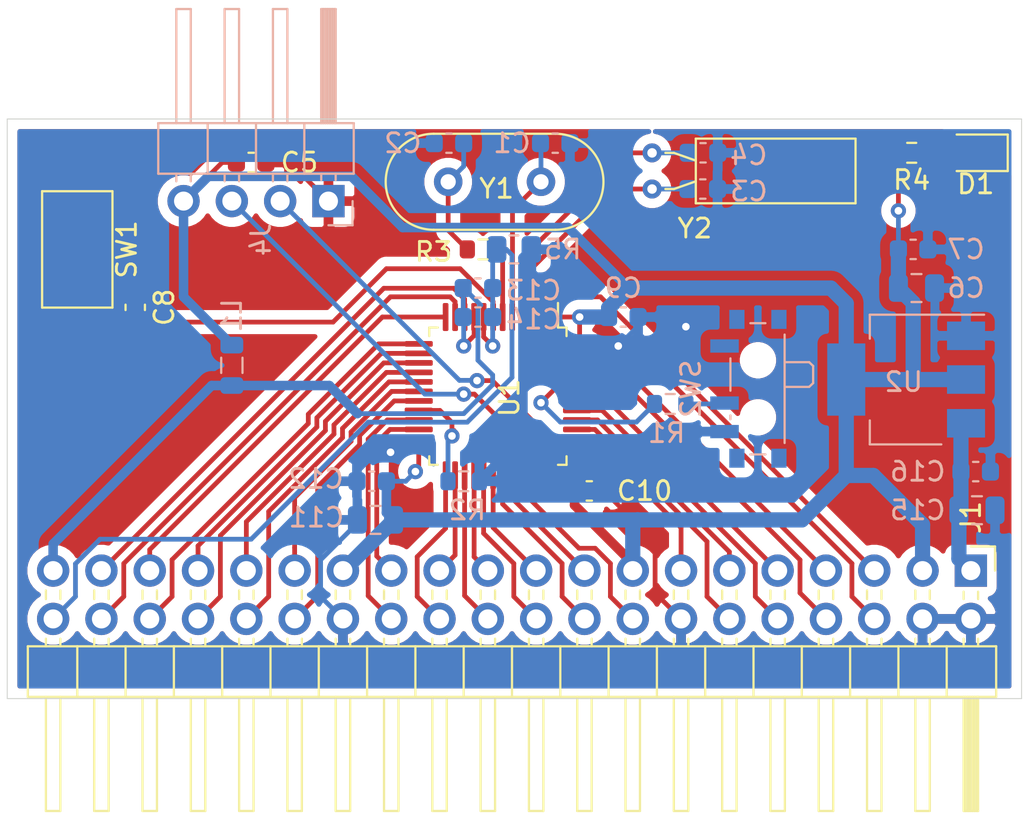
<source format=kicad_pcb>
(kicad_pcb (version 20171130) (host pcbnew 5.1.10-88a1d61d58~90~ubuntu20.04.1)
  (layers (0 F.Cu signal) (31 B.Cu signal) (34 B.Paste user) (35 F.Paste user) (36 B.SilkS user) (37 F.SilkS user) (38 B.Mask user) (39 F.Mask user) (44 Edge.Cuts user))
  (net 0 "")
  (net 1 /RCC_OSC_IN)
  (net 2 GND)
  (net 3 "Net-(C2-Pad2)")
  (net 4 /RCC_OSC32_IN)
  (net 5 /RCC_OSC32_OUT)
  (net 6 +3V3)
  (net 7 RESET)
  (net 8 +3.3VA)
  (net 9 "Net-(D1-Pad2)")
  (net 10 /SYS_JTMS-SWDIO)
  (net 11 /SYS_JTCK-SWCL)
  (net 12 /BOOT0)
  (net 13 /BOOT1)
  (net 14 /RCC_OSC_OUT)
  (net 15 GNDA)
  (net 16 /PB9)
  (net 17 /PB8)
  (net 18 /PB7)
  (net 19 /PB6)
  (net 20 /PB5)
  (net 21 /PB4)
  (net 22 /PB3)
  (net 23 /PA15)
  (net 24 /PA12)
  (net 25 /PA11)
  (net 26 /PA10)
  (net 27 /PA9)
  (net 28 /PA8)
  (net 29 /PB15)
  (net 30 /PB14)
  (net 31 /PB13)
  (net 32 /PB12)
  (net 33 /PB11)
  (net 34 /PB10)
  (net 35 /PB1)
  (net 36 /PB0)
  (net 37 /PA7)
  (net 38 /PA6)
  (net 39 /PA5)
  (net 40 /PA4)
  (net 41 /PA3)
  (net 42 /PA2)
  (net 43 /PA1)
  (net 44 /PA0)
  (net 45 /PC13)
  (net 46 VCC)
  (net 47 "Net-(R1-Pad1)")
  (module LED_SMD:LED_0805_2012Metric (layer F.Cu) (at 154.432 107.188 180)
    (fp_text reference D1 (at 0 -1.65) (layer F.SilkS))
    (fp_text value LED hide)
    (pad 2 smd roundrect (at 0.9375 0 180) (size 0.975 1.4) (layers F.Cu F.Paste F.Mask) (net 9 "Net-(D1-Pad2)"))
    (pad 1 smd roundrect (at -0.9375 0 180) (size 0.975 1.4) (layers F.Cu F.Paste F.Mask) (net 2 GND))
  )
  (module Button_Switch_SMD:SW_SPDT_PCM12 (layer B.Cu) (at 142.654 119.598 270)
    (fp_text reference SW2 (at 0 3.2 90) (layer B.SilkS) (effects (justify mirror)))
    (fp_text value SW_DPDT_x2 hide)
    (pad "" smd rect (at -3.65 0.78 270) (size 1 0.8) (layers B.Cu B.Paste B.Mask))
    (pad "" smd rect (at 3.65 0.78 270) (size 1 0.8) (layers B.Cu B.Paste B.Mask))
    (pad "" smd rect (at 3.65 -1.43 270) (size 1 0.8) (layers B.Cu B.Paste B.Mask))
    (pad "" smd rect (at -3.65 -1.43 270) (size 1 0.8) (layers B.Cu B.Paste B.Mask))
    (pad 3 smd rect (at 2.25 1.43 270) (size 0.7 1.5) (layers B.Cu B.Paste B.Mask) (net 2 GND))
    (pad 2 smd rect (at 0.75 1.43 270) (size 0.7 1.5) (layers B.Cu B.Paste B.Mask) (net 47 "Net-(R1-Pad1)"))
    (pad 1 smd rect (at -2.25 1.43 270) (size 0.7 1.5) (layers B.Cu B.Paste B.Mask) (net 6 +3V3))
    (pad "" np_thru_hole circle (at 1.5 -0.33 270) (size 0.9 0.9) (drill 0.9) (layers *.Cu *.Mask))
    (pad "" np_thru_hole circle (at -1.5 -0.33 270) (size 0.9 0.9) (drill 0.9) (layers *.Cu *.Mask))
  )
  (module Capacitor_SMD:C_0603_1608Metric (layer B.Cu) (at 154.432 123.952)
    (fp_text reference C16 (at -3.048 0) (layer B.SilkS) (effects (justify mirror)))
    (fp_text value 100nF hide)
    (pad 2 smd roundrect (at 0.775 0) (size 0.9 0.95) (layers B.Cu B.Paste B.Mask) (net 2 GND))
    (pad 1 smd roundrect (at -0.775 0) (size 0.9 0.95) (layers B.Cu B.Paste B.Mask) (net 46 VCC))
  )
  (module Capacitor_SMD:C_0805_2012Metric (layer B.Cu) (at 154.498 125.984)
    (fp_text reference C15 (at -3.114 0) (layer B.SilkS) (effects (justify mirror)))
    (fp_text value 10uF hide)
    (pad 2 smd roundrect (at 0.95 0) (size 1 1.45) (layers B.Cu B.Paste B.Mask) (net 2 GND))
    (pad 1 smd roundrect (at -0.95 0) (size 1 1.45) (layers B.Cu B.Paste B.Mask) (net 46 VCC))
  )
  (module Connector_PinHeader_2.54mm:PinHeader_2x20_P2.54mm_Horizontal (layer F.Cu) (at 154.178 129.159 270)
    (fp_text reference J1 (at -2.794 0 90) (layer F.SilkS))
    (fp_text value Conn_02x20_Odd_Even hide)
    (pad 40 thru_hole oval (at 2.54 48.26 270) (size 1.7 1.7) (drill 1) (layers *.Cu *.Mask) (net 15 GNDA))
    (pad 39 thru_hole oval (at 0 48.26 270) (size 1.7 1.7) (drill 1) (layers *.Cu *.Mask) (net 8 +3.3VA))
    (pad 38 thru_hole oval (at 2.54 45.72 270) (size 1.7 1.7) (drill 1) (layers *.Cu *.Mask) (net 43 /PA1))
    (pad 37 thru_hole oval (at 0 45.72 270) (size 1.7 1.7) (drill 1) (layers *.Cu *.Mask) (net 44 /PA0))
    (pad 36 thru_hole oval (at 2.54 43.18 270) (size 1.7 1.7) (drill 1) (layers *.Cu *.Mask) (net 41 /PA3))
    (pad 35 thru_hole oval (at 0 43.18 270) (size 1.7 1.7) (drill 1) (layers *.Cu *.Mask) (net 42 /PA2))
    (pad 34 thru_hole oval (at 2.54 40.64 270) (size 1.7 1.7) (drill 1) (layers *.Cu *.Mask) (net 39 /PA5))
    (pad 33 thru_hole oval (at 0 40.64 270) (size 1.7 1.7) (drill 1) (layers *.Cu *.Mask) (net 40 /PA4))
    (pad 32 thru_hole oval (at 2.54 38.1 270) (size 1.7 1.7) (drill 1) (layers *.Cu *.Mask) (net 37 /PA7))
    (pad 31 thru_hole oval (at 0 38.1 270) (size 1.7 1.7) (drill 1) (layers *.Cu *.Mask) (net 38 /PA6))
    (pad 30 thru_hole oval (at 2.54 35.56 270) (size 1.7 1.7) (drill 1) (layers *.Cu *.Mask) (net 35 /PB1))
    (pad 29 thru_hole oval (at 0 35.56 270) (size 1.7 1.7) (drill 1) (layers *.Cu *.Mask) (net 36 /PB0))
    (pad 28 thru_hole oval (at 2.54 33.02 270) (size 1.7 1.7) (drill 1) (layers *.Cu *.Mask) (net 2 GND))
    (pad 27 thru_hole oval (at 0 33.02 270) (size 1.7 1.7) (drill 1) (layers *.Cu *.Mask) (net 6 +3V3))
    (pad 26 thru_hole oval (at 2.54 30.48 270) (size 1.7 1.7) (drill 1) (layers *.Cu *.Mask) (net 34 /PB10))
    (pad 25 thru_hole oval (at 0 30.48 270) (size 1.7 1.7) (drill 1) (layers *.Cu *.Mask) (net 33 /PB11))
    (pad 24 thru_hole oval (at 2.54 27.94 270) (size 1.7 1.7) (drill 1) (layers *.Cu *.Mask) (net 32 /PB12))
    (pad 23 thru_hole oval (at 0 27.94 270) (size 1.7 1.7) (drill 1) (layers *.Cu *.Mask) (net 31 /PB13))
    (pad 22 thru_hole oval (at 2.54 25.4 270) (size 1.7 1.7) (drill 1) (layers *.Cu *.Mask) (net 30 /PB14))
    (pad 21 thru_hole oval (at 0 25.4 270) (size 1.7 1.7) (drill 1) (layers *.Cu *.Mask) (net 29 /PB15))
    (pad 20 thru_hole oval (at 2.54 22.86 270) (size 1.7 1.7) (drill 1) (layers *.Cu *.Mask) (net 28 /PA8))
    (pad 19 thru_hole oval (at 0 22.86 270) (size 1.7 1.7) (drill 1) (layers *.Cu *.Mask) (net 27 /PA9))
    (pad 18 thru_hole oval (at 2.54 20.32 270) (size 1.7 1.7) (drill 1) (layers *.Cu *.Mask) (net 26 /PA10))
    (pad 17 thru_hole oval (at 0 20.32 270) (size 1.7 1.7) (drill 1) (layers *.Cu *.Mask) (net 25 /PA11))
    (pad 16 thru_hole oval (at 2.54 17.78 270) (size 1.7 1.7) (drill 1) (layers *.Cu *.Mask) (net 24 /PA12))
    (pad 15 thru_hole oval (at 0 17.78 270) (size 1.7 1.7) (drill 1) (layers *.Cu *.Mask) (net 6 +3V3))
    (pad 14 thru_hole oval (at 2.54 15.24 270) (size 1.7 1.7) (drill 1) (layers *.Cu *.Mask) (net 2 GND))
    (pad 13 thru_hole oval (at 0 15.24 270) (size 1.7 1.7) (drill 1) (layers *.Cu *.Mask) (net 23 /PA15))
    (pad 12 thru_hole oval (at 2.54 12.7 270) (size 1.7 1.7) (drill 1) (layers *.Cu *.Mask) (net 22 /PB3))
    (pad 11 thru_hole oval (at 0 12.7 270) (size 1.7 1.7) (drill 1) (layers *.Cu *.Mask) (net 21 /PB4))
    (pad 10 thru_hole oval (at 2.54 10.16 270) (size 1.7 1.7) (drill 1) (layers *.Cu *.Mask) (net 20 /PB5))
    (pad 9 thru_hole oval (at 0 10.16 270) (size 1.7 1.7) (drill 1) (layers *.Cu *.Mask) (net 19 /PB6))
    (pad 8 thru_hole oval (at 2.54 7.62 270) (size 1.7 1.7) (drill 1) (layers *.Cu *.Mask) (net 18 /PB7))
    (pad 7 thru_hole oval (at 0 7.62 270) (size 1.7 1.7) (drill 1) (layers *.Cu *.Mask) (net 17 /PB8))
    (pad 6 thru_hole oval (at 2.54 5.08 270) (size 1.7 1.7) (drill 1) (layers *.Cu *.Mask) (net 16 /PB9))
    (pad 5 thru_hole oval (at 0 5.08 270) (size 1.7 1.7) (drill 1) (layers *.Cu *.Mask) (net 45 /PC13))
    (pad 4 thru_hole oval (at 2.54 2.54 270) (size 1.7 1.7) (drill 1) (layers *.Cu *.Mask) (net 2 GND))
    (pad 3 thru_hole oval (at 0 2.54 270) (size 1.7 1.7) (drill 1) (layers *.Cu *.Mask) (net 6 +3V3))
    (pad 2 thru_hole oval (at 2.54 0 270) (size 1.7 1.7) (drill 1) (layers *.Cu *.Mask) (net 2 GND))
    (pad 1 thru_hole rect (at 0 0 270) (size 1.7 1.7) (drill 1) (layers *.Cu *.Mask) (net 46 VCC))
  )
  (module Package_QFP:LQFP-48_7x7mm_P0.5mm (layer F.Cu) (at 129.306 119.9865 270)
    (fp_text reference U1 (at 0.089803 -0.6065 90) (layer F.SilkS))
    (fp_text value STM32F103C6Tx hide)
    (pad 1 smd roundrect (at -4.1625 -2.75 270) (size 1.475 0.3) (layers F.Cu F.Paste F.Mask) (net 6 +3V3))
    (pad 2 smd roundrect (at -4.1625 -2.25 270) (size 1.475 0.3) (layers F.Cu F.Paste F.Mask) (net 45 /PC13))
    (pad 3 smd roundrect (at -4.1625 -1.75 270) (size 1.475 0.3) (layers F.Cu F.Paste F.Mask) (net 4 /RCC_OSC32_IN))
    (pad 4 smd roundrect (at -4.1625 -1.25 270) (size 1.475 0.3) (layers F.Cu F.Paste F.Mask) (net 5 /RCC_OSC32_OUT))
    (pad 5 smd roundrect (at -4.1625 -0.75 270) (size 1.475 0.3) (layers F.Cu F.Paste F.Mask) (net 1 /RCC_OSC_IN))
    (pad 6 smd roundrect (at -4.1625 -0.25 270) (size 1.475 0.3) (layers F.Cu F.Paste F.Mask) (net 14 /RCC_OSC_OUT))
    (pad 7 smd roundrect (at -4.1625 0.25 270) (size 1.475 0.3) (layers F.Cu F.Paste F.Mask) (net 7 RESET))
    (pad 8 smd roundrect (at -4.1625 0.75 270) (size 1.475 0.3) (layers F.Cu F.Paste F.Mask) (net 15 GNDA))
    (pad 9 smd roundrect (at -4.1625 1.25 270) (size 1.475 0.3) (layers F.Cu F.Paste F.Mask) (net 8 +3.3VA))
    (pad 10 smd roundrect (at -4.1625 1.75 270) (size 1.475 0.3) (layers F.Cu F.Paste F.Mask) (net 44 /PA0))
    (pad 11 smd roundrect (at -4.1625 2.25 270) (size 1.475 0.3) (layers F.Cu F.Paste F.Mask) (net 43 /PA1))
    (pad 12 smd roundrect (at -4.1625 2.75 270) (size 1.475 0.3) (layers F.Cu F.Paste F.Mask) (net 42 /PA2))
    (pad 13 smd roundrect (at -2.75 4.1625 270) (size 0.3 1.475) (layers F.Cu F.Paste F.Mask) (net 41 /PA3))
    (pad 14 smd roundrect (at -2.25 4.1625 270) (size 0.3 1.475) (layers F.Cu F.Paste F.Mask) (net 40 /PA4))
    (pad 15 smd roundrect (at -1.75 4.1625 270) (size 0.3 1.475) (layers F.Cu F.Paste F.Mask) (net 39 /PA5))
    (pad 16 smd roundrect (at -1.25 4.1625 270) (size 0.3 1.475) (layers F.Cu F.Paste F.Mask) (net 38 /PA6))
    (pad 17 smd roundrect (at -0.75 4.1625 270) (size 0.3 1.475) (layers F.Cu F.Paste F.Mask) (net 37 /PA7))
    (pad 18 smd roundrect (at -0.25 4.1625 270) (size 0.3 1.475) (layers F.Cu F.Paste F.Mask) (net 36 /PB0))
    (pad 19 smd roundrect (at 0.25 4.1625 270) (size 0.3 1.475) (layers F.Cu F.Paste F.Mask) (net 35 /PB1))
    (pad 20 smd roundrect (at 0.75 4.1625 270) (size 0.3 1.475) (layers F.Cu F.Paste F.Mask) (net 13 /BOOT1))
    (pad 21 smd roundrect (at 1.25 4.1625 270) (size 0.3 1.475) (layers F.Cu F.Paste F.Mask) (net 34 /PB10))
    (pad 22 smd roundrect (at 1.75 4.1625 270) (size 0.3 1.475) (layers F.Cu F.Paste F.Mask) (net 33 /PB11))
    (pad 23 smd roundrect (at 2.25 4.1625 270) (size 0.3 1.475) (layers F.Cu F.Paste F.Mask) (net 2 GND))
    (pad 24 smd roundrect (at 2.75 4.1625 270) (size 0.3 1.475) (layers F.Cu F.Paste F.Mask) (net 6 +3V3))
    (pad 25 smd roundrect (at 4.1625 2.75 270) (size 1.475 0.3) (layers F.Cu F.Paste F.Mask) (net 32 /PB12))
    (pad 26 smd roundrect (at 4.1625 2.25 270) (size 1.475 0.3) (layers F.Cu F.Paste F.Mask) (net 31 /PB13))
    (pad 27 smd roundrect (at 4.1625 1.75 270) (size 1.475 0.3) (layers F.Cu F.Paste F.Mask) (net 30 /PB14))
    (pad 28 smd roundrect (at 4.1625 1.25 270) (size 1.475 0.3) (layers F.Cu F.Paste F.Mask) (net 29 /PB15))
    (pad 29 smd roundrect (at 4.1625 0.75 270) (size 1.475 0.3) (layers F.Cu F.Paste F.Mask) (net 28 /PA8))
    (pad 30 smd roundrect (at 4.1625 0.25 270) (size 1.475 0.3) (layers F.Cu F.Paste F.Mask) (net 27 /PA9))
    (pad 31 smd roundrect (at 4.1625 -0.25 270) (size 1.475 0.3) (layers F.Cu F.Paste F.Mask) (net 26 /PA10))
    (pad 32 smd roundrect (at 4.1625 -0.75 270) (size 1.475 0.3) (layers F.Cu F.Paste F.Mask) (net 25 /PA11))
    (pad 33 smd roundrect (at 4.1625 -1.25 270) (size 1.475 0.3) (layers F.Cu F.Paste F.Mask) (net 24 /PA12))
    (pad 34 smd roundrect (at 4.1625 -1.75 270) (size 1.475 0.3) (layers F.Cu F.Paste F.Mask) (net 10 /SYS_JTMS-SWDIO))
    (pad 35 smd roundrect (at 4.1625 -2.25 270) (size 1.475 0.3) (layers F.Cu F.Paste F.Mask) (net 2 GND))
    (pad 36 smd roundrect (at 4.1625 -2.75 270) (size 1.475 0.3) (layers F.Cu F.Paste F.Mask) (net 6 +3V3))
    (pad 37 smd roundrect (at 2.75 -4.1625 270) (size 0.3 1.475) (layers F.Cu F.Paste F.Mask) (net 11 /SYS_JTCK-SWCL))
    (pad 38 smd roundrect (at 2.25 -4.1625 270) (size 0.3 1.475) (layers F.Cu F.Paste F.Mask) (net 23 /PA15))
    (pad 39 smd roundrect (at 1.75 -4.1625 270) (size 0.3 1.475) (layers F.Cu F.Paste F.Mask) (net 22 /PB3))
    (pad 40 smd roundrect (at 1.25 -4.1625 270) (size 0.3 1.475) (layers F.Cu F.Paste F.Mask) (net 21 /PB4))
    (pad 41 smd roundrect (at 0.75 -4.1625 270) (size 0.3 1.475) (layers F.Cu F.Paste F.Mask) (net 20 /PB5))
    (pad 42 smd roundrect (at 0.25 -4.1625 270) (size 0.3 1.475) (layers F.Cu F.Paste F.Mask) (net 19 /PB6))
    (pad 43 smd roundrect (at -0.25 -4.1625 270) (size 0.3 1.475) (layers F.Cu F.Paste F.Mask) (net 18 /PB7))
    (pad 44 smd roundrect (at -0.75 -4.1625 270) (size 0.3 1.475) (layers F.Cu F.Paste F.Mask) (net 12 /BOOT0))
    (pad 45 smd roundrect (at -1.25 -4.1625 270) (size 0.3 1.475) (layers F.Cu F.Paste F.Mask) (net 17 /PB8))
    (pad 46 smd roundrect (at -1.75 -4.1625 270) (size 0.3 1.475) (layers F.Cu F.Paste F.Mask) (net 16 /PB9))
    (pad 47 smd roundrect (at -2.25 -4.1625 270) (size 0.3 1.475) (layers F.Cu F.Paste F.Mask) (net 2 GND))
    (pad 48 smd roundrect (at -2.75 -4.1625 270) (size 0.3 1.475) (layers F.Cu F.Paste F.Mask) (net 6 +3V3))
  )
  (module Connector_PinHeader_2.54mm:PinHeader_1x04_P2.54mm_Horizontal (layer B.Cu) (at 120.396 109.728 90)
    (fp_text reference J4 (at -2.032 -3.556 270) (layer B.SilkS) (effects (justify mirror)))
    (fp_text value Conn_01x04 hide)
    (pad 4 thru_hole oval (at 0 -7.62 90) (size 1.7 1.7) (drill 1) (layers *.Cu *.Mask) (net 6 +3V3))
    (pad 3 thru_hole oval (at 0 -5.08 90) (size 1.7 1.7) (drill 1) (layers *.Cu *.Mask) (net 10 /SYS_JTMS-SWDIO))
    (pad 2 thru_hole oval (at 0 -2.54 90) (size 1.7 1.7) (drill 1) (layers *.Cu *.Mask) (net 11 /SYS_JTCK-SWCL))
    (pad 1 thru_hole rect (at 0 0 90) (size 1.7 1.7) (drill 1) (layers *.Cu *.Mask) (net 2 GND))
  )
  (module Resistor_SMD:R_0603_1608Metric (layer F.Cu) (at 128.524 112.268)
    (fp_text reference R3 (at -2.604 0.127) (layer F.SilkS))
    (fp_text value 390 hide)
    (pad 2 smd roundrect (at 0.825 0) (size 0.8 0.95) (layers F.Cu F.Paste F.Mask) (net 14 /RCC_OSC_OUT))
    (pad 1 smd roundrect (at -0.825 0) (size 0.8 0.95) (layers F.Cu F.Paste F.Mask) (net 3 "Net-(C2-Pad2)"))
  )
  (module Resistor_SMD:R_0805_2012Metric (layer B.Cu) (at 130.1515 112.268 180)
    (fp_text reference R5 (at -2.5635 0) (layer B.SilkS) (effects (justify mirror)))
    (fp_text value 0R hide)
    (pad 2 smd roundrect (at 0.9125 0 180) (size 1.025 1.4) (layers B.Cu B.Paste B.Mask) (roundrect_rratio 0.2439014634146341) (net 15 GNDA))
    (pad 1 smd roundrect (at -0.9125 0 180) (size 1.025 1.4) (layers B.Cu B.Paste B.Mask) (roundrect_rratio 0.2439014634146341) (net 2 GND))
  )
  (module Crystal:Crystal_C38-LF_D3.0mm_L8.0mm_Horizontal (layer F.Cu) (at 137.414 109.093 90)
    (fp_text reference Y2 (at -2.07 2.25) (layer F.SilkS))
    (fp_text value 32.768 hide)
    (pad 2 thru_hole circle (at 1.9 0 90) (size 1 1) (drill 0.5) (layers *.Cu *.Mask) (net 5 /RCC_OSC32_OUT))
    (pad 1 thru_hole circle (at 0 0 90) (size 1 1) (drill 0.5) (layers *.Cu *.Mask) (net 4 /RCC_OSC32_IN))
  )
  (module Crystal:Crystal_HC49-4H_Vertical (layer F.Cu) (at 131.572 108.712 180)
    (fp_text reference Y1 (at 2.334867 -0.35921) (layer F.SilkS))
    (fp_text value 8M hide)
    (pad 2 thru_hole circle (at 4.88 0 180) (size 1.5 1.5) (drill 0.8) (layers *.Cu *.Mask) (net 3 "Net-(C2-Pad2)"))
    (pad 1 thru_hole circle (at 0 0 180) (size 1.5 1.5) (drill 0.8) (layers *.Cu *.Mask) (net 1 /RCC_OSC_IN))
  )
  (module Package_TO_SOT_SMD:SOT-223-3_TabPin2 (layer B.Cu) (at 150.774 119.112 180)
    (fp_text reference U2 (at 0.127 -0.127) (layer B.SilkS) (effects (justify mirror)))
    (fp_text value AMS1117-3.3 hide)
    (pad 1 smd rect (at -3.15 2.3 180) (size 2 1.5) (layers B.Cu B.Paste B.Mask) (net 2 GND))
    (pad 3 smd rect (at -3.15 -2.3 180) (size 2 1.5) (layers B.Cu B.Paste B.Mask) (net 46 VCC))
    (pad 2 smd rect (at -3.15 0 180) (size 2 1.5) (layers B.Cu B.Paste B.Mask) (net 6 +3V3))
    (pad 2 smd rect (at 3.15 0 180) (size 2 3.8) (layers B.Cu B.Paste B.Mask) (net 6 +3V3))
  )
  (module Button_Switch_SMD:SW_SPST_CK_RS282G05A3 (layer F.Cu) (at 107.188 112.268 270)
    (fp_text reference SW1 (at 0 -2.6 90) (layer F.SilkS))
    (fp_text value SW_Push hide)
    (pad 2 smd rect (at 3.9 0 270) (size 1.5 1.5) (layers F.Cu F.Paste F.Mask) (net 7 RESET))
    (pad 1 smd rect (at -3.9 0 270) (size 1.5 1.5) (layers F.Cu F.Paste F.Mask) (net 2 GND))
  )
  (module Resistor_SMD:R_0603_1608Metric (layer F.Cu) (at 151.067 107.188 180)
    (fp_text reference R4 (at 0 -1.43) (layer F.SilkS))
    (fp_text value 510R hide)
    (pad 2 smd roundrect (at 0.825 0 180) (size 0.8 0.95) (layers F.Cu F.Paste F.Mask) (net 6 +3V3))
    (pad 1 smd roundrect (at -0.825 0 180) (size 0.8 0.95) (layers F.Cu F.Paste F.Mask) (net 9 "Net-(D1-Pad2)"))
  )
  (module Resistor_SMD:R_0603_1608Metric (layer B.Cu) (at 127.508 124.46)
    (fp_text reference R2 (at 0.191 1.524 180) (layer B.SilkS) (effects (justify mirror)))
    (fp_text value 10K hide)
    (pad 2 smd roundrect (at 0.825 0) (size 0.8 0.95) (layers B.Cu B.Paste B.Mask) (net 2 GND))
    (pad 1 smd roundrect (at -0.825 0) (size 0.8 0.95) (layers B.Cu B.Paste B.Mask) (net 13 /BOOT1))
  )
  (module Resistor_SMD:R_0603_1608Metric (layer B.Cu) (at 138.367 120.396 180)
    (fp_text reference R1 (at 0.191 -1.524) (layer B.SilkS) (effects (justify mirror)))
    (fp_text value 10K hide)
    (pad 2 smd roundrect (at 0.825 0 180) (size 0.8 0.95) (layers B.Cu B.Paste B.Mask) (net 12 /BOOT0))
    (pad 1 smd roundrect (at -0.825 0 180) (size 0.8 0.95) (layers B.Cu B.Paste B.Mask) (net 47 "Net-(R1-Pad1)"))
  )
  (module Inductor_SMD:L_0805_2012Metric (layer B.Cu) (at 115.316 118.364 270)
    (fp_text reference L1 (at -2.6205 0 90) (layer B.SilkS) (effects (justify mirror)))
    (fp_text value 10uH hide)
    (pad 2 smd roundrect (at 1.0625 0 270) (size 0.875 1.2) (layers B.Cu B.Paste B.Mask) (net 8 +3.3VA))
    (pad 1 smd roundrect (at -1.0625 0 270) (size 0.875 1.2) (layers B.Cu B.Paste B.Mask) (net 6 +3V3))
  )
  (module Capacitor_SMD:C_0603_1608Metric (layer B.Cu) (at 128.257 115.824)
    (fp_text reference C14 (at 2.934 0.127) (layer B.SilkS) (effects (justify mirror)))
    (fp_text value 10nF hide)
    (pad 2 smd roundrect (at 0.775 0) (size 0.9 0.95) (layers B.Cu B.Paste B.Mask) (net 15 GNDA))
    (pad 1 smd roundrect (at -0.775 0) (size 0.9 0.95) (layers B.Cu B.Paste B.Mask) (net 8 +3.3VA))
  )
  (module Capacitor_SMD:C_0603_1608Metric (layer B.Cu) (at 128.257 114.3)
    (fp_text reference C13 (at 2.921 0.127) (layer B.SilkS) (effects (justify mirror)))
    (fp_text value 1uF hide)
    (pad 2 smd roundrect (at 0.775 0) (size 0.9 0.95) (layers B.Cu B.Paste B.Mask) (net 15 GNDA))
    (pad 1 smd roundrect (at -0.775 0) (size 0.9 0.95) (layers B.Cu B.Paste B.Mask) (net 8 +3.3VA))
  )
  (module Capacitor_SMD:C_0603_1608Metric (layer B.Cu) (at 122.669 124.46 180)
    (fp_text reference C12 (at 2.934 0.127) (layer B.SilkS) (effects (justify mirror)))
    (fp_text value 100nF hide)
    (pad 2 smd roundrect (at 0.775 0 180) (size 0.9 0.95) (layers B.Cu B.Paste B.Mask) (net 2 GND))
    (pad 1 smd roundrect (at -0.775 0 180) (size 0.9 0.95) (layers B.Cu B.Paste B.Mask) (net 6 +3V3))
  )
  (module Capacitor_SMD:C_0805_2012Metric (layer B.Cu) (at 122.87 126.492 180)
    (fp_text reference C11 (at 3.109 0.127) (layer B.SilkS) (effects (justify mirror)))
    (fp_text value 4.7uF hide)
    (pad 2 smd roundrect (at 0.95 0 180) (size 1 1.45) (layers B.Cu B.Paste B.Mask) (net 2 GND))
    (pad 1 smd roundrect (at -0.95 0 180) (size 1 1.45) (layers B.Cu B.Paste B.Mask) (net 6 +3V3))
  )
  (module Capacitor_SMD:C_0603_1608Metric (layer F.Cu) (at 134.112 124.968)
    (fp_text reference C10 (at 2.908 0) (layer F.SilkS))
    (fp_text value 100nF hide)
    (pad 2 smd roundrect (at 0.775 0) (size 0.9 0.95) (layers F.Cu F.Paste F.Mask) (net 2 GND))
    (pad 1 smd roundrect (at -0.775 0) (size 0.9 0.95) (layers F.Cu F.Paste F.Mask) (net 6 +3V3))
  )
  (module Capacitor_SMD:C_0603_1608Metric (layer B.Cu) (at 135.903 115.824)
    (fp_text reference C9 (at 0 -1.524) (layer B.SilkS) (effects (justify mirror)))
    (fp_text value 100nF hide)
    (pad 2 smd roundrect (at 0.775 0) (size 0.9 0.95) (layers B.Cu B.Paste B.Mask) (net 2 GND))
    (pad 1 smd roundrect (at -0.775 0) (size 0.9 0.95) (layers B.Cu B.Paste B.Mask) (net 6 +3V3))
  )
  (module Capacitor_SMD:C_0603_1608Metric (layer F.Cu) (at 110.236 115.316 90)
    (fp_text reference C8 (at 0 1.524 90) (layer F.SilkS))
    (fp_text value 100nF hide)
    (pad 2 smd roundrect (at 0.775 0 90) (size 0.9 0.95) (layers F.Cu F.Paste F.Mask) (net 2 GND))
    (pad 1 smd roundrect (at -0.775 0 90) (size 0.9 0.95) (layers F.Cu F.Paste F.Mask) (net 7 RESET))
  )
  (module Capacitor_SMD:C_0603_1608Metric (layer B.Cu) (at 151.143 112.268)
    (fp_text reference C7 (at 2.781 0) (layer B.SilkS) (effects (justify mirror)))
    (fp_text value 100nF hide)
    (pad 2 smd roundrect (at 0.775 0) (size 0.9 0.95) (layers B.Cu B.Paste B.Mask) (net 2 GND))
    (pad 1 smd roundrect (at -0.775 0) (size 0.9 0.95) (layers B.Cu B.Paste B.Mask) (net 6 +3V3))
  )
  (module Capacitor_SMD:C_0805_2012Metric (layer B.Cu) (at 151.318 114.3)
    (fp_text reference C6 (at 2.606 0) (layer B.SilkS) (effects (justify mirror)))
    (fp_text value 10uF hide)
    (pad 2 smd roundrect (at 0.95 0) (size 1 1.45) (layers B.Cu B.Paste B.Mask) (net 2 GND))
    (pad 1 smd roundrect (at -0.95 0) (size 1 1.45) (layers B.Cu B.Paste B.Mask) (net 6 +3V3))
  )
  (module Capacitor_SMD:C_0603_1608Metric (layer F.Cu) (at 116.332 107.696)
    (fp_text reference C5 (at 2.54 0) (layer F.SilkS))
    (fp_text value 100nF hide)
    (pad 2 smd roundrect (at 0.775 0) (size 0.9 0.95) (layers F.Cu F.Paste F.Mask) (net 2 GND))
    (pad 1 smd roundrect (at -0.775 0) (size 0.9 0.95) (layers F.Cu F.Paste F.Mask) (net 6 +3V3))
  )
  (module Capacitor_SMD:C_0603_1608Metric (layer B.Cu) (at 140.094 107.188 180)
    (fp_text reference C4 (at -2.4 -0.127) (layer B.SilkS) (effects (justify mirror)))
    (fp_text value 10pF hide)
    (pad 2 smd roundrect (at 0.775 0 180) (size 0.9 0.95) (layers B.Cu B.Paste B.Mask) (net 5 /RCC_OSC32_OUT))
    (pad 1 smd roundrect (at -0.775 0 180) (size 0.9 0.95) (layers B.Cu B.Paste B.Mask) (net 2 GND))
  )
  (module Capacitor_SMD:C_0603_1608Metric (layer B.Cu) (at 140.081 109.093 180)
    (fp_text reference C3 (at -2.426 -0.127) (layer B.SilkS) (effects (justify mirror)))
    (fp_text value 10pF hide)
    (pad 2 smd roundrect (at 0.775 0 180) (size 0.9 0.95) (layers B.Cu B.Paste B.Mask) (net 4 /RCC_OSC32_IN))
    (pad 1 smd roundrect (at -0.775 0 180) (size 0.9 0.95) (layers B.Cu B.Paste B.Mask) (net 2 GND))
  )
  (module Capacitor_SMD:C_0603_1608Metric (layer B.Cu) (at 126.733 106.68)
    (fp_text reference C2 (at -2.426 0) (layer B.SilkS) (effects (justify mirror)))
    (fp_text value 20pF hide)
    (pad 2 smd roundrect (at 0.775 0) (size 0.9 0.95) (layers B.Cu B.Paste B.Mask) (net 3 "Net-(C2-Pad2)"))
    (pad 1 smd roundrect (at -0.775 0) (size 0.9 0.95) (layers B.Cu B.Paste B.Mask) (net 2 GND))
  )
  (module Capacitor_SMD:C_0603_1608Metric (layer B.Cu) (at 132.321 106.68 180)
    (fp_text reference C1 (at 2.273 0) (layer B.SilkS) (effects (justify mirror)))
    (fp_text value 20pF hide)
    (pad 2 smd roundrect (at 0.775 0 180) (size 0.9 0.95) (layers B.Cu B.Paste B.Mask) (net 1 /RCC_OSC_IN))
    (pad 1 smd roundrect (at -0.775 0 180) (size 0.9 0.95) (layers B.Cu B.Paste B.Mask) (net 2 GND))
  )
  (gr_line (start 156.845 105.41) (end 156.845 135.89) (layer Edge.Cuts) (width 0.05))
  (gr_line (start 103.505 105.41) (end 103.505 135.89) (layer Edge.Cuts) (width 0.05))
  (gr_line (start 156.845 105.41) (end 103.505 105.41) (layer Edge.Cuts) (width 0.05))
  (gr_line (start 103.505 135.89) (end 156.845 135.89) (layer Edge.Cuts) (width 0.05))
  (segment (start 130.07401 110.20999) (end 131.572 108.712) (width 0.25) (layer F.Cu) (net 1))
  (segment (start 130.07401 115.80599) (end 130.07401 110.20999) (width 0.25) (layer F.Cu) (net 1))
  (segment (start 130.056 115.824) (end 130.07401 115.80599) (width 0.25) (layer F.Cu) (net 1))
  (segment (start 131.572 106.706) (end 131.546 106.68) (width 0.25) (layer B.Cu) (net 1))
  (segment (start 131.572 108.712) (end 131.572 106.706) (width 0.25) (layer B.Cu) (net 1))
  (segment (start 121.894 126.466) (end 121.92 126.492) (width 0.25) (layer B.Cu) (net 2))
  (segment (start 121.894 124.46) (end 121.894 126.466) (width 0.25) (layer B.Cu) (net 2))
  (segment (start 131.556 124.149) (end 131.556 124.952202) (width 0.25) (layer F.Cu) (net 2))
  (segment (start 134.08699 124.16799) (end 134.887 124.968) (width 0.25) (layer F.Cu) (net 2))
  (segment (start 133.378192 124.16799) (end 134.08699 124.16799) (width 0.25) (layer F.Cu) (net 2))
  (segment (start 131.815308 123.08649) (end 132.296692 123.08649) (width 0.25) (layer F.Cu) (net 2))
  (segment (start 132.296692 123.08649) (end 133.378192 124.16799) (width 0.25) (layer F.Cu) (net 2))
  (segment (start 131.556 123.345798) (end 131.815308 123.08649) (width 0.25) (layer F.Cu) (net 2))
  (segment (start 131.556 124.149) (end 131.556 123.345798) (width 0.25) (layer F.Cu) (net 2))
  (segment (start 137.573001 130.334001) (end 138.938 131.699) (width 0.25) (layer F.Cu) (net 2))
  (segment (start 137.573001 127.654001) (end 137.573001 130.334001) (width 0.25) (layer F.Cu) (net 2))
  (segment (start 134.887 124.968) (end 137.573001 127.654001) (width 0.25) (layer F.Cu) (net 2))
  (segment (start 123.640798 122.936) (end 123.640798 122.936) (width 0.25) (layer F.Cu) (net 2))
  (segment (start 123.66101 122.370315) (end 123.66101 122.936) (width 0.25) (layer F.Cu) (net 2))
  (via (at 123.66101 122.936) (size 0.8) (drill 0.4) (layers F.Cu B.Cu) (net 2))
  (segment (start 125.1435 122.2365) (end 123.794825 122.2365) (width 0.25) (layer F.Cu) (net 2))
  (segment (start 123.794825 122.2365) (end 123.66101 122.370315) (width 0.25) (layer F.Cu) (net 2))
  (segment (start 123.66101 122.936) (end 123.66101 123.22699) (width 0.25) (layer B.Cu) (net 2))
  (segment (start 121.894 123.978) (end 121.894 124.46) (width 0.25) (layer B.Cu) (net 2))
  (segment (start 122.936 122.936) (end 121.894 123.978) (width 0.25) (layer B.Cu) (net 2))
  (segment (start 123.66101 122.936) (end 122.936 122.936) (width 0.25) (layer B.Cu) (net 2))
  (segment (start 119.982999 130.523999) (end 121.158 131.699) (width 0.25) (layer B.Cu) (net 2))
  (segment (start 119.982999 128.594999) (end 119.982999 130.523999) (width 0.25) (layer B.Cu) (net 2))
  (segment (start 121.92 126.657998) (end 119.982999 128.594999) (width 0.25) (layer B.Cu) (net 2))
  (segment (start 121.92 126.492) (end 121.92 126.657998) (width 0.25) (layer B.Cu) (net 2))
  (segment (start 134.271702 117.7365) (end 134.660202 117.348) (width 0.25) (layer F.Cu) (net 2))
  (segment (start 133.4685 117.7365) (end 134.271702 117.7365) (width 0.25) (layer F.Cu) (net 2))
  (segment (start 134.660202 117.348) (end 135.636 117.348) (width 0.25) (layer F.Cu) (net 2))
  (segment (start 135.636 117.348) (end 135.636 117.348) (width 0.25) (layer F.Cu) (net 2))
  (via (at 135.636 117.348) (size 0.8) (drill 0.4) (layers F.Cu B.Cu) (net 2))
  (segment (start 136.678 116.306) (end 136.678 115.824) (width 0.25) (layer B.Cu) (net 2))
  (segment (start 135.636 117.348) (end 136.678 116.306) (width 0.25) (layer B.Cu) (net 2))
  (segment (start 118.364 107.696) (end 117.107 107.696) (width 0.25) (layer F.Cu) (net 2))
  (segment (start 120.396 109.728) (end 118.364 107.696) (width 0.25) (layer F.Cu) (net 2))
  (segment (start 130.62301 112.70899) (end 131.064 112.268) (width 0.5) (layer B.Cu) (net 2))
  (segment (start 130.62301 122.16999) (end 130.62301 112.70899) (width 0.5) (layer B.Cu) (net 2))
  (segment (start 128.333 124.46) (end 130.62301 122.16999) (width 0.5) (layer B.Cu) (net 2))
  (via (at 139.192 116.332) (size 0.8) (drill 0.4) (layers F.Cu B.Cu) (net 2))
  (segment (start 126.692 111.261) (end 127.699 112.268) (width 0.25) (layer F.Cu) (net 3))
  (segment (start 126.692 108.712) (end 126.692 111.261) (width 0.25) (layer F.Cu) (net 3))
  (segment (start 126.692 108.712) (end 127.508 107.896) (width 0.25) (layer B.Cu) (net 3))
  (segment (start 127.508 107.896) (end 127.508 106.68) (width 0.25) (layer B.Cu) (net 3))
  (segment (start 131.056 114.743894) (end 131.064 114.735894) (width 0.25) (layer F.Cu) (net 4))
  (segment (start 131.056 115.824) (end 131.056 114.743894) (width 0.25) (layer F.Cu) (net 4))
  (segment (start 131.064 114.735894) (end 131.064 113.284) (width 0.25) (layer F.Cu) (net 4))
  (segment (start 135.255 109.093) (end 137.414 109.093) (width 0.25) (layer F.Cu) (net 4))
  (segment (start 131.064 113.284) (end 135.255 109.093) (width 0.25) (layer F.Cu) (net 4))
  (segment (start 137.414 109.093) (end 139.306 109.093) (width 0.25) (layer B.Cu) (net 4))
  (segment (start 130.556 115.824) (end 130.556 112.776) (width 0.25) (layer F.Cu) (net 5))
  (segment (start 136.139 107.193) (end 137.414 107.193) (width 0.25) (layer F.Cu) (net 5))
  (segment (start 130.556 112.776) (end 136.139 107.193) (width 0.25) (layer F.Cu) (net 5))
  (segment (start 139.314 107.193) (end 139.319 107.188) (width 0.25) (layer B.Cu) (net 5))
  (segment (start 137.414 107.193) (end 139.314 107.193) (width 0.25) (layer B.Cu) (net 5))
  (segment (start 132.056 115.824) (end 133.604 115.824) (width 0.25) (layer F.Cu) (net 6))
  (segment (start 133.604 117.101) (end 133.4685 117.2365) (width 0.25) (layer F.Cu) (net 6))
  (segment (start 133.604 115.824) (end 133.604 117.101) (width 0.25) (layer F.Cu) (net 6))
  (segment (start 133.604 115.824) (end 133.604 115.824) (width 0.25) (layer F.Cu) (net 6))
  (via (at 133.604 115.824) (size 0.8) (drill 0.4) (layers F.Cu B.Cu) (net 6))
  (via (at 124.968 123.952) (size 0.8) (drill 0.4) (layers F.Cu B.Cu) (net 6))
  (segment (start 123.6195 124.2845) (end 123.444 124.46) (width 0.25) (layer B.Cu) (net 6))
  (segment (start 151.144 115.076) (end 150.368 114.3) (width 0.8) (layer B.Cu) (net 6))
  (segment (start 151.144 119.112) (end 151.144 115.076) (width 0.8) (layer B.Cu) (net 6))
  (segment (start 153.924 119.112) (end 151.144 119.112) (width 0.8) (layer B.Cu) (net 6))
  (segment (start 150.368 114.3) (end 150.368 112.268) (width 0.8) (layer B.Cu) (net 6))
  (segment (start 147.624 119.112) (end 147.624 124.156) (width 0.8) (layer B.Cu) (net 6))
  (segment (start 147.624 124.156) (end 145.288 126.492) (width 0.8) (layer B.Cu) (net 6))
  (segment (start 136.398 126.746) (end 136.652 126.492) (width 0.8) (layer B.Cu) (net 6))
  (segment (start 136.398 129.159) (end 136.398 126.746) (width 0.8) (layer B.Cu) (net 6))
  (segment (start 145.288 126.492) (end 136.652 126.492) (width 0.8) (layer B.Cu) (net 6))
  (segment (start 134.112 126.492) (end 123.82 126.492) (width 0.8) (layer B.Cu) (net 6))
  (segment (start 136.652 126.492) (end 134.112 126.492) (width 0.8) (layer B.Cu) (net 6))
  (segment (start 133.604 115.824) (end 135.128 115.824) (width 0.8) (layer B.Cu) (net 6))
  (segment (start 147.624 119.112) (end 147.624 115.112) (width 0.8) (layer B.Cu) (net 6))
  (segment (start 147.624 115.112) (end 146.812 114.3) (width 0.8) (layer B.Cu) (net 6))
  (segment (start 135.128 115.349) (end 135.128 115.824) (width 0.8) (layer B.Cu) (net 6))
  (segment (start 136.177 114.3) (end 135.128 115.349) (width 0.8) (layer B.Cu) (net 6))
  (segment (start 146.812 114.3) (end 136.177 114.3) (width 0.8) (layer B.Cu) (net 6))
  (segment (start 121.180098 129.159) (end 121.158 129.159) (width 0.8) (layer B.Cu) (net 6))
  (segment (start 123.82 126.519098) (end 121.180098 129.159) (width 0.8) (layer B.Cu) (net 6))
  (segment (start 123.82 126.492) (end 123.82 126.519098) (width 0.8) (layer B.Cu) (net 6))
  (segment (start 150.368 112.268) (end 150.368 110.236) (width 0.25) (layer B.Cu) (net 6))
  (segment (start 150.368 110.236) (end 150.368 110.236) (width 0.25) (layer B.Cu) (net 6))
  (via (at 150.368 110.236) (size 0.8) (drill 0.4) (layers F.Cu B.Cu) (net 6))
  (segment (start 150.368 107.314) (end 150.242 107.188) (width 0.25) (layer F.Cu) (net 6))
  (segment (start 150.368 110.236) (end 150.368 107.314) (width 0.25) (layer F.Cu) (net 6))
  (segment (start 149.084 119.112) (end 147.624 119.112) (width 0.8) (layer B.Cu) (net 6))
  (segment (start 151.144 119.112) (end 149.084 119.112) (width 0.8) (layer B.Cu) (net 6))
  (segment (start 147.624 124.156) (end 149.048 124.156) (width 0.8) (layer B.Cu) (net 6))
  (segment (start 151.638 126.746) (end 151.638 129.159) (width 0.8) (layer B.Cu) (net 6))
  (segment (start 149.048 124.156) (end 151.638 126.746) (width 0.8) (layer B.Cu) (net 6))
  (segment (start 132.518 124.149) (end 133.337 124.968) (width 0.25) (layer F.Cu) (net 6))
  (segment (start 132.056 124.149) (end 132.518 124.149) (width 0.25) (layer F.Cu) (net 6))
  (segment (start 133.337 124.968) (end 133.337 125.717) (width 0.5) (layer F.Cu) (net 6))
  (segment (start 136.398 128.778) (end 136.398 129.159) (width 0.5) (layer F.Cu) (net 6))
  (segment (start 133.337 125.717) (end 136.398 128.778) (width 0.5) (layer F.Cu) (net 6))
  (segment (start 125.1435 123.7765) (end 124.968 123.952) (width 0.25) (layer F.Cu) (net 6))
  (segment (start 125.1435 122.7365) (end 125.1435 123.7765) (width 0.25) (layer F.Cu) (net 6))
  (segment (start 124.968 123.952) (end 124.46 124.46) (width 0.25) (layer B.Cu) (net 6))
  (segment (start 124.46 124.46) (end 123.444 124.46) (width 0.25) (layer B.Cu) (net 6))
  (segment (start 123.444 126.116) (end 123.82 126.492) (width 0.5) (layer B.Cu) (net 6))
  (segment (start 123.444 124.46) (end 123.444 126.116) (width 0.5) (layer B.Cu) (net 6))
  (segment (start 114.808 107.696) (end 115.557 107.696) (width 0.25) (layer F.Cu) (net 6))
  (segment (start 112.776 109.728) (end 114.808 107.696) (width 0.25) (layer F.Cu) (net 6))
  (segment (start 114.076001 108.427999) (end 112.776 109.728) (width 0.5) (layer B.Cu) (net 6))
  (segment (start 124.295992 111.11799) (end 121.606001 108.427999) (width 0.5) (layer B.Cu) (net 6))
  (segment (start 121.606001 108.427999) (end 114.076001 108.427999) (width 0.5) (layer B.Cu) (net 6))
  (segment (start 132.99499 111.11799) (end 124.295992 111.11799) (width 0.5) (layer B.Cu) (net 6))
  (segment (start 136.177 114.3) (end 132.99499 111.11799) (width 0.5) (layer B.Cu) (net 6))
  (segment (start 112.776 114.7615) (end 115.316 117.3015) (width 0.5) (layer B.Cu) (net 6))
  (segment (start 112.776 109.728) (end 112.776 114.7615) (width 0.5) (layer B.Cu) (net 6))
  (segment (start 129.056 115.020798) (end 127.319202 113.284) (width 0.25) (layer F.Cu) (net 7))
  (segment (start 129.056 115.824) (end 129.056 115.020798) (width 0.25) (layer F.Cu) (net 7))
  (segment (start 127.319202 113.284) (end 123.444 113.284) (width 0.25) (layer F.Cu) (net 7))
  (segment (start 110.159 116.168) (end 110.236 116.091) (width 0.25) (layer F.Cu) (net 7))
  (segment (start 107.188 116.168) (end 110.159 116.168) (width 0.25) (layer F.Cu) (net 7))
  (segment (start 110.236 116.091) (end 120.637 116.091) (width 0.25) (layer F.Cu) (net 7))
  (segment (start 120.637 116.091) (end 123.444 113.284) (width 0.25) (layer F.Cu) (net 7))
  (segment (start 128.056 115.824) (end 128.056 116.8) (width 0.25) (layer F.Cu) (net 8))
  (segment (start 128.056 116.8) (end 127.508 117.348) (width 0.25) (layer F.Cu) (net 8))
  (segment (start 127.508 117.348) (end 127.508 117.348) (width 0.25) (layer F.Cu) (net 8))
  (via (at 127.508 117.348) (size 0.8) (drill 0.4) (layers F.Cu B.Cu) (net 8))
  (segment (start 127.508 115.85) (end 127.482 115.824) (width 0.25) (layer B.Cu) (net 8))
  (segment (start 127.508 117.348) (end 127.508 115.85) (width 0.25) (layer B.Cu) (net 8))
  (segment (start 127.482 115.824) (end 127.482 114.3) (width 0.25) (layer B.Cu) (net 8))
  (segment (start 127.482 114.3) (end 127.508 114.3) (width 0.25) (layer B.Cu) (net 8))
  (segment (start 127.508 114.3) (end 128.405583 115.197583) (width 0.25) (layer B.Cu) (net 8))
  (segment (start 128.25699 115.346176) (end 128.25699 118.09699) (width 0.25) (layer B.Cu) (net 8))
  (segment (start 128.405583 115.197583) (end 128.25699 115.346176) (width 0.25) (layer B.Cu) (net 8))
  (segment (start 128.25699 118.09699) (end 129.032 118.872) (width 0.25) (layer B.Cu) (net 8))
  (segment (start 129.032 118.872) (end 129.032 119.38) (width 0.25) (layer B.Cu) (net 8))
  (segment (start 129.032 119.38) (end 127.508 120.904) (width 0.25) (layer B.Cu) (net 8))
  (segment (start 127.508 120.904) (end 121.92 120.904) (width 0.25) (layer B.Cu) (net 8))
  (segment (start 120.4425 119.4265) (end 121.92 120.904) (width 0.5) (layer B.Cu) (net 8))
  (segment (start 115.316 119.4265) (end 120.4425 119.4265) (width 0.5) (layer B.Cu) (net 8))
  (segment (start 115.316 119.4265) (end 114.2535 119.4265) (width 0.5) (layer B.Cu) (net 8))
  (segment (start 105.918 127.762) (end 105.918 129.159) (width 0.5) (layer B.Cu) (net 8))
  (segment (start 114.2535 119.4265) (end 105.918 127.762) (width 0.5) (layer B.Cu) (net 8))
  (segment (start 151.892 107.188) (end 153.4945 107.188) (width 0.25) (layer F.Cu) (net 9))
  (segment (start 125.467452 119.879452) (end 127.507229 119.879452) (width 0.25) (layer B.Cu) (net 10))
  (segment (start 115.316 109.728) (end 125.467452 119.879452) (width 0.25) (layer B.Cu) (net 10))
  (via (at 127.507229 119.879452) (size 0.8) (drill 0.4) (layers F.Cu B.Cu) (net 10))
  (segment (start 128.072914 119.879452) (end 127.507229 119.879452) (width 0.25) (layer F.Cu) (net 10))
  (segment (start 131.056 122.862538) (end 128.072914 119.879452) (width 0.25) (layer F.Cu) (net 10))
  (segment (start 131.056 124.149) (end 131.056 122.862538) (width 0.25) (layer F.Cu) (net 10))
  (segment (start 127.282451 119.154451) (end 128.196656 119.154451) (width 0.25) (layer B.Cu) (net 11))
  (via (at 128.209659 119.167454) (size 0.8) (drill 0.4) (layers F.Cu B.Cu) (net 11))
  (segment (start 128.196656 119.154451) (end 128.209659 119.167454) (width 0.25) (layer B.Cu) (net 11))
  (segment (start 129.014067 119.167454) (end 128.209659 119.167454) (width 0.25) (layer F.Cu) (net 11))
  (segment (start 132.583113 122.7365) (end 129.014067 119.167454) (width 0.25) (layer F.Cu) (net 11))
  (segment (start 128.423159 119.167454) (end 128.209659 119.167454) (width 0.25) (layer F.Cu) (net 11))
  (segment (start 117.856 109.728) (end 127.282451 119.154451) (width 0.25) (layer B.Cu) (net 11))
  (segment (start 133.4685 122.7365) (end 132.583113 122.7365) (width 0.25) (layer F.Cu) (net 11))
  (segment (start 132.665298 119.2365) (end 131.572 120.329798) (width 0.25) (layer F.Cu) (net 12))
  (segment (start 133.4685 119.2365) (end 132.665298 119.2365) (width 0.25) (layer F.Cu) (net 12))
  (segment (start 131.572 120.329798) (end 131.572 120.329798) (width 0.25) (layer F.Cu) (net 12))
  (via (at 131.572 120.329798) (size 0.8) (drill 0.4) (layers F.Cu B.Cu) (net 12))
  (segment (start 137.475798 120.329798) (end 137.542 120.396) (width 0.25) (layer B.Cu) (net 12))
  (segment (start 131.572 120.329798) (end 132.588 121.345798) (width 0.25) (layer B.Cu) (net 12))
  (segment (start 136.592202 121.345798) (end 137.542 120.396) (width 0.25) (layer B.Cu) (net 12))
  (segment (start 132.588 121.345798) (end 136.592202 121.345798) (width 0.25) (layer B.Cu) (net 12))
  (segment (start 127 121.789798) (end 127 121.789798) (width 0.25) (layer F.Cu) (net 13))
  (segment (start 126.683 124.46) (end 126.683 122.287118) (width 0.25) (layer B.Cu) (net 13))
  (segment (start 126.683 122.287118) (end 126.891097 122.079021) (width 0.25) (layer B.Cu) (net 13))
  (segment (start 126.891097 121.371684) (end 126.891097 122.079021) (width 0.25) (layer F.Cu) (net 13))
  (segment (start 125.1435 120.7365) (end 126.255913 120.7365) (width 0.25) (layer F.Cu) (net 13))
  (segment (start 126.255913 120.7365) (end 126.891097 121.371684) (width 0.25) (layer F.Cu) (net 13))
  (via (at 126.891097 122.079021) (size 0.8) (drill 0.4) (layers F.Cu B.Cu) (net 13))
  (segment (start 129.556 112.475) (end 129.556 115.824) (width 0.25) (layer F.Cu) (net 14))
  (segment (start 129.349 112.268) (end 129.556 112.475) (width 0.25) (layer F.Cu) (net 14))
  (segment (start 128.556 115.824) (end 128.556 116.872) (width 0.25) (layer F.Cu) (net 15))
  (segment (start 128.556 116.872) (end 129.032 117.348) (width 0.25) (layer F.Cu) (net 15))
  (segment (start 129.032 117.348) (end 129.032 117.348) (width 0.25) (layer F.Cu) (net 15))
  (via (at 129.032 117.348) (size 0.8) (drill 0.4) (layers F.Cu B.Cu) (net 15))
  (segment (start 129.032 117.348) (end 129.032 115.824) (width 0.25) (layer B.Cu) (net 15))
  (segment (start 129.032 115.824) (end 129.032 114.3) (width 0.25) (layer B.Cu) (net 15))
  (segment (start 129.032 112.475) (end 129.239 112.268) (width 0.25) (layer B.Cu) (net 15))
  (segment (start 129.032 114.3) (end 129.032 112.475) (width 0.25) (layer B.Cu) (net 15))
  (segment (start 130.048 119.00041) (end 127.6944 121.354011) (width 0.25) (layer B.Cu) (net 15))
  (segment (start 129.239 112.268) (end 129.7515 112.268) (width 0.25) (layer B.Cu) (net 15))
  (segment (start 129.7515 112.268) (end 130.048 112.5645) (width 0.25) (layer B.Cu) (net 15))
  (segment (start 127.6944 121.354011) (end 122.485989 121.354011) (width 0.25) (layer B.Cu) (net 15))
  (segment (start 107.093001 128.797187) (end 107.093001 130.523999) (width 0.25) (layer B.Cu) (net 15))
  (segment (start 130.048 112.5645) (end 130.048 119.00041) (width 0.25) (layer B.Cu) (net 15))
  (segment (start 122.485989 121.354011) (end 116.332 127.508) (width 0.25) (layer B.Cu) (net 15))
  (segment (start 116.332 127.508) (end 108.382188 127.508) (width 0.25) (layer B.Cu) (net 15))
  (segment (start 108.382188 127.508) (end 107.093001 128.797187) (width 0.25) (layer B.Cu) (net 15))
  (segment (start 107.093001 130.523999) (end 105.918 131.699) (width 0.25) (layer B.Cu) (net 15))
  (segment (start 147.922999 130.523999) (end 149.098 131.699) (width 0.25) (layer F.Cu) (net 16))
  (segment (start 147.922999 128.784997) (end 147.922999 130.523999) (width 0.25) (layer F.Cu) (net 16))
  (segment (start 137.374502 118.2365) (end 147.922999 128.784997) (width 0.25) (layer F.Cu) (net 16))
  (segment (start 133.4685 118.2365) (end 137.374502 118.2365) (width 0.25) (layer F.Cu) (net 16))
  (segment (start 136.1355 118.7365) (end 146.558 129.159) (width 0.25) (layer F.Cu) (net 17))
  (segment (start 133.4685 118.7365) (end 136.1355 118.7365) (width 0.25) (layer F.Cu) (net 17))
  (segment (start 145.193001 128.594999) (end 145.193001 130.334001) (width 0.25) (layer F.Cu) (net 18))
  (segment (start 145.193001 130.334001) (end 146.558 131.699) (width 0.25) (layer F.Cu) (net 18))
  (segment (start 136.334502 119.7365) (end 145.193001 128.594999) (width 0.25) (layer F.Cu) (net 18))
  (segment (start 133.4685 119.7365) (end 136.334502 119.7365) (width 0.25) (layer F.Cu) (net 18))
  (segment (start 135.0955 120.2365) (end 144.018 129.159) (width 0.25) (layer F.Cu) (net 19))
  (segment (start 133.4685 120.2365) (end 135.0955 120.2365) (width 0.25) (layer F.Cu) (net 19))
  (segment (start 142.842999 130.523999) (end 144.018 131.699) (width 0.25) (layer F.Cu) (net 20))
  (segment (start 142.842999 128.784997) (end 142.842999 130.523999) (width 0.25) (layer F.Cu) (net 20))
  (segment (start 134.794502 120.7365) (end 142.842999 128.784997) (width 0.25) (layer F.Cu) (net 20))
  (segment (start 133.4685 120.7365) (end 134.794502 120.7365) (width 0.25) (layer F.Cu) (net 20))
  (segment (start 141.478 128.169978) (end 141.478 129.159) (width 0.25) (layer F.Cu) (net 21))
  (segment (start 134.544522 121.2365) (end 141.478 128.169978) (width 0.25) (layer F.Cu) (net 21))
  (segment (start 133.4685 121.2365) (end 134.544522 121.2365) (width 0.25) (layer F.Cu) (net 21))
  (segment (start 140.302999 127.631386) (end 140.302999 130.523999) (width 0.25) (layer F.Cu) (net 22))
  (segment (start 134.408113 121.7365) (end 140.302999 127.631386) (width 0.25) (layer F.Cu) (net 22))
  (segment (start 140.302999 130.523999) (end 141.478 131.699) (width 0.25) (layer F.Cu) (net 22))
  (segment (start 133.4685 121.7365) (end 134.408113 121.7365) (width 0.25) (layer F.Cu) (net 22))
  (segment (start 138.938 126.902798) (end 138.938 129.159) (width 0.25) (layer F.Cu) (net 23))
  (segment (start 134.271702 122.2365) (end 138.938 126.902798) (width 0.25) (layer F.Cu) (net 23))
  (segment (start 133.4685 122.2365) (end 134.271702 122.2365) (width 0.25) (layer F.Cu) (net 23))
  (segment (start 135.222999 130.523999) (end 136.398 131.699) (width 0.25) (layer F.Cu) (net 24))
  (segment (start 135.222999 128.784997) (end 135.222999 130.523999) (width 0.25) (layer F.Cu) (net 24))
  (segment (start 134.422001 127.983999) (end 135.222999 128.784997) (width 0.25) (layer F.Cu) (net 24))
  (segment (start 130.556 124.968) (end 133.571999 127.983999) (width 0.25) (layer F.Cu) (net 24))
  (segment (start 133.571999 127.983999) (end 134.422001 127.983999) (width 0.25) (layer F.Cu) (net 24))
  (segment (start 130.556 124.149) (end 130.556 124.968) (width 0.25) (layer F.Cu) (net 24))
  (segment (start 130.056 125.357) (end 133.858 129.159) (width 0.25) (layer F.Cu) (net 25))
  (segment (start 130.056 124.149) (end 130.056 125.357) (width 0.25) (layer F.Cu) (net 25))
  (segment (start 132.682999 128.784997) (end 132.682999 130.523999) (width 0.25) (layer F.Cu) (net 26))
  (segment (start 129.556 125.657998) (end 132.682999 128.784997) (width 0.25) (layer F.Cu) (net 26))
  (segment (start 132.682999 130.523999) (end 133.858 131.699) (width 0.25) (layer F.Cu) (net 26))
  (segment (start 129.556 124.149) (end 129.556 125.657998) (width 0.25) (layer F.Cu) (net 26))
  (segment (start 129.056 126.897) (end 131.318 129.159) (width 0.25) (layer F.Cu) (net 27))
  (segment (start 129.056 124.149) (end 129.056 126.897) (width 0.25) (layer F.Cu) (net 27))
  (segment (start 130.142999 130.523999) (end 131.318 131.699) (width 0.25) (layer F.Cu) (net 28))
  (segment (start 130.142999 128.784997) (end 130.142999 130.523999) (width 0.25) (layer F.Cu) (net 28))
  (segment (start 128.556 127.197998) (end 130.142999 128.784997) (width 0.25) (layer F.Cu) (net 28))
  (segment (start 128.556 124.149) (end 128.556 127.197998) (width 0.25) (layer F.Cu) (net 28))
  (segment (start 128.056 128.437) (end 128.778 129.159) (width 0.25) (layer F.Cu) (net 29))
  (segment (start 128.056 124.149) (end 128.056 128.437) (width 0.25) (layer F.Cu) (net 29))
  (segment (start 127.556 130.477) (end 128.778 131.699) (width 0.25) (layer F.Cu) (net 30))
  (segment (start 127.556 124.149) (end 127.556 130.477) (width 0.25) (layer F.Cu) (net 30))
  (segment (start 127.056 128.341) (end 126.238 129.159) (width 0.25) (layer F.Cu) (net 31))
  (segment (start 127.056 124.149) (end 127.056 128.341) (width 0.25) (layer F.Cu) (net 31))
  (segment (start 126.556 124.149) (end 126.556 126.936) (width 0.25) (layer F.Cu) (net 32))
  (segment (start 125.062999 130.523999) (end 126.238 131.699) (width 0.25) (layer F.Cu) (net 32))
  (segment (start 125.062999 128.429001) (end 125.062999 130.523999) (width 0.25) (layer F.Cu) (net 32))
  (segment (start 126.556 126.936) (end 125.062999 128.429001) (width 0.25) (layer F.Cu) (net 32))
  (segment (start 122.936 128.397) (end 123.698 129.159) (width 0.25) (layer F.Cu) (net 33))
  (segment (start 122.936 122.428) (end 122.936 128.397) (width 0.25) (layer F.Cu) (net 33))
  (segment (start 125.1435 121.7365) (end 123.6275 121.7365) (width 0.25) (layer F.Cu) (net 33))
  (segment (start 123.6275 121.7365) (end 122.936 122.428) (width 0.25) (layer F.Cu) (net 33))
  (segment (start 122.522999 130.523999) (end 123.698 131.699) (width 0.25) (layer F.Cu) (net 34))
  (segment (start 122.485991 130.486991) (end 122.522999 130.523999) (width 0.25) (layer F.Cu) (net 34))
  (segment (start 123.49109 121.2365) (end 122.485991 122.241599) (width 0.25) (layer F.Cu) (net 34))
  (segment (start 122.485991 122.241599) (end 122.485991 130.486991) (width 0.25) (layer F.Cu) (net 34))
  (segment (start 125.1435 121.2365) (end 123.49109 121.2365) (width 0.25) (layer F.Cu) (net 34))
  (segment (start 122.03598 122.540818) (end 119.830011 124.746787) (width 0.25) (layer F.Cu) (net 35))
  (segment (start 125.1435 120.2365) (end 123.854679 120.2365) (width 0.25) (layer F.Cu) (net 35))
  (segment (start 123.854679 120.2365) (end 122.03598 122.055199) (width 0.25) (layer F.Cu) (net 35))
  (segment (start 119.830011 130.486989) (end 118.618 131.699) (width 0.25) (layer F.Cu) (net 35))
  (segment (start 119.830011 124.746787) (end 119.830011 130.486989) (width 0.25) (layer F.Cu) (net 35))
  (segment (start 122.03598 122.055199) (end 122.03598 122.540818) (width 0.25) (layer F.Cu) (net 35))
  (segment (start 121.585969 122.354418) (end 118.618 125.322387) (width 0.25) (layer F.Cu) (net 36))
  (segment (start 118.618 127.956919) (end 118.618 129.159) (width 0.25) (layer F.Cu) (net 36))
  (segment (start 118.618 125.322387) (end 118.618 127.956919) (width 0.25) (layer F.Cu) (net 36))
  (segment (start 121.585969 121.868799) (end 121.585969 122.354418) (width 0.25) (layer F.Cu) (net 36))
  (segment (start 125.1435 119.7365) (end 123.718268 119.7365) (width 0.25) (layer F.Cu) (net 36))
  (segment (start 123.718268 119.7365) (end 121.585969 121.868799) (width 0.25) (layer F.Cu) (net 36))
  (segment (start 117.253001 126.050975) (end 117.253001 130.523999) (width 0.25) (layer F.Cu) (net 37))
  (segment (start 121.135958 122.168018) (end 117.253001 126.050975) (width 0.25) (layer F.Cu) (net 37))
  (segment (start 121.135958 121.682399) (end 121.135958 122.168018) (width 0.25) (layer F.Cu) (net 37))
  (segment (start 125.1435 119.2365) (end 123.581857 119.2365) (width 0.25) (layer F.Cu) (net 37))
  (segment (start 117.253001 130.523999) (end 116.078 131.699) (width 0.25) (layer F.Cu) (net 37))
  (segment (start 123.581857 119.2365) (end 121.135958 121.682399) (width 0.25) (layer F.Cu) (net 37))
  (segment (start 120.685947 121.495999) (end 120.685947 121.981619) (width 0.25) (layer F.Cu) (net 38))
  (segment (start 123.445446 118.7365) (end 120.685947 121.495999) (width 0.25) (layer F.Cu) (net 38))
  (segment (start 116.078 126.589567) (end 116.078 129.159) (width 0.25) (layer F.Cu) (net 38))
  (segment (start 120.685947 121.981619) (end 116.078 126.589567) (width 0.25) (layer F.Cu) (net 38))
  (segment (start 125.1435 118.7365) (end 123.445446 118.7365) (width 0.25) (layer F.Cu) (net 38))
  (segment (start 123.309035 118.2365) (end 120.235936 121.309599) (width 0.25) (layer F.Cu) (net 39))
  (segment (start 114.713001 130.523999) (end 113.538 131.699) (width 0.25) (layer F.Cu) (net 39))
  (segment (start 114.713001 127.318155) (end 114.713001 130.523999) (width 0.25) (layer F.Cu) (net 39))
  (segment (start 120.235936 121.79522) (end 114.713001 127.318155) (width 0.25) (layer F.Cu) (net 39))
  (segment (start 120.235936 121.309599) (end 120.235936 121.79522) (width 0.25) (layer F.Cu) (net 39))
  (segment (start 125.1435 118.2365) (end 123.309035 118.2365) (width 0.25) (layer F.Cu) (net 39))
  (segment (start 113.538 127.856744) (end 113.538 129.159) (width 0.25) (layer F.Cu) (net 40))
  (segment (start 125.1435 117.7365) (end 123.172624 117.7365) (width 0.25) (layer F.Cu) (net 40))
  (segment (start 123.172624 117.7365) (end 119.785925 121.123199) (width 0.25) (layer F.Cu) (net 40))
  (segment (start 119.785925 121.123199) (end 119.785925 121.60882) (width 0.25) (layer F.Cu) (net 40))
  (segment (start 119.785925 121.60882) (end 113.538 127.856744) (width 0.25) (layer F.Cu) (net 40))
  (segment (start 125.1435 117.2365) (end 123.036213 117.2365) (width 0.25) (layer F.Cu) (net 41))
  (segment (start 119.335914 121.422418) (end 112.173001 128.585331) (width 0.25) (layer F.Cu) (net 41))
  (segment (start 123.036213 117.2365) (end 119.335914 120.936799) (width 0.25) (layer F.Cu) (net 41))
  (segment (start 112.173001 130.523999) (end 110.998 131.699) (width 0.25) (layer F.Cu) (net 41))
  (segment (start 112.173001 128.585331) (end 112.173001 130.523999) (width 0.25) (layer F.Cu) (net 41))
  (segment (start 119.335914 120.936799) (end 119.335914 121.422418) (width 0.25) (layer F.Cu) (net 41))
  (segment (start 126.556 115.824) (end 123.230408 115.824) (width 0.25) (layer F.Cu) (net 42))
  (segment (start 123.230408 115.824) (end 110.998 128.056408) (width 0.25) (layer F.Cu) (net 42))
  (segment (start 110.998 128.056408) (end 110.998 129.159) (width 0.25) (layer F.Cu) (net 42))
  (segment (start 109.633001 130.523999) (end 108.458 131.699) (width 0.25) (layer F.Cu) (net 43))
  (segment (start 127.056 115.020798) (end 126.796692 114.76149) (width 0.25) (layer F.Cu) (net 43))
  (segment (start 109.633001 128.784997) (end 109.633001 130.523999) (width 0.25) (layer F.Cu) (net 43))
  (segment (start 127.056 115.824) (end 127.056 115.020798) (width 0.25) (layer F.Cu) (net 43))
  (segment (start 126.796692 114.76149) (end 123.656508 114.76149) (width 0.25) (layer F.Cu) (net 43))
  (segment (start 123.656508 114.76149) (end 109.633001 128.784997) (width 0.25) (layer F.Cu) (net 43))
  (segment (start 123.305521 114.311479) (end 108.458 129.159) (width 0.25) (layer F.Cu) (net 44))
  (segment (start 126.983092 114.311479) (end 123.305521 114.311479) (width 0.25) (layer F.Cu) (net 44))
  (segment (start 127.556 114.884387) (end 126.983092 114.311479) (width 0.25) (layer F.Cu) (net 44))
  (segment (start 127.556 115.824) (end 127.556 114.884387) (width 0.25) (layer F.Cu) (net 44))
  (segment (start 134.70049 114.76149) (end 149.098 129.159) (width 0.25) (layer F.Cu) (net 45))
  (segment (start 131.815308 114.76149) (end 134.70049 114.76149) (width 0.25) (layer F.Cu) (net 45))
  (segment (start 131.556 115.020798) (end 131.815308 114.76149) (width 0.25) (layer F.Cu) (net 45))
  (segment (start 131.556 115.824) (end 131.556 115.020798) (width 0.25) (layer F.Cu) (net 45))
  (segment (start 153.657 125.875) (end 153.548 125.984) (width 0.8) (layer B.Cu) (net 46))
  (segment (start 153.657 123.952) (end 153.657 125.875) (width 0.8) (layer B.Cu) (net 46))
  (segment (start 153.548 128.529) (end 154.178 129.159) (width 0.8) (layer B.Cu) (net 46))
  (segment (start 153.548 125.984) (end 153.548 128.529) (width 0.8) (layer B.Cu) (net 46))
  (segment (start 153.657 121.679) (end 153.924 121.412) (width 0.8) (layer B.Cu) (net 46))
  (segment (start 153.657 123.952) (end 153.657 121.679) (width 0.8) (layer B.Cu) (net 46))
  (segment (start 141.176 120.396) (end 141.224 120.348) (width 0.25) (layer B.Cu) (net 47))
  (segment (start 139.192 120.396) (end 141.176 120.396) (width 0.25) (layer B.Cu) (net 47))
  (zone (net 2) (net_name GND) (layer F.Cu) (connect_pads (clearance 0.508)) (min_thickness 0.254) (fill yes (arc_segments 32) (thermal_gap 0.508) (thermal_bridge_width 0.508))
    (polygon (pts (xy 156.972 136.144) (xy 103.124 136.144) (xy 103.124 105.156) (xy 156.972 105.156)))
  )
  (zone (net 2) (net_name GND) (layer B.Cu) (connect_pads (clearance 0.508)) (min_thickness 0.254) (fill yes (arc_segments 32) (thermal_gap 0.508) (thermal_bridge_width 0.508))
    (polygon (pts (xy 156.972 136.144) (xy 103.124 136.144) (xy 103.124 105.156) (xy 156.972 105.156)))
  )
)
</source>
